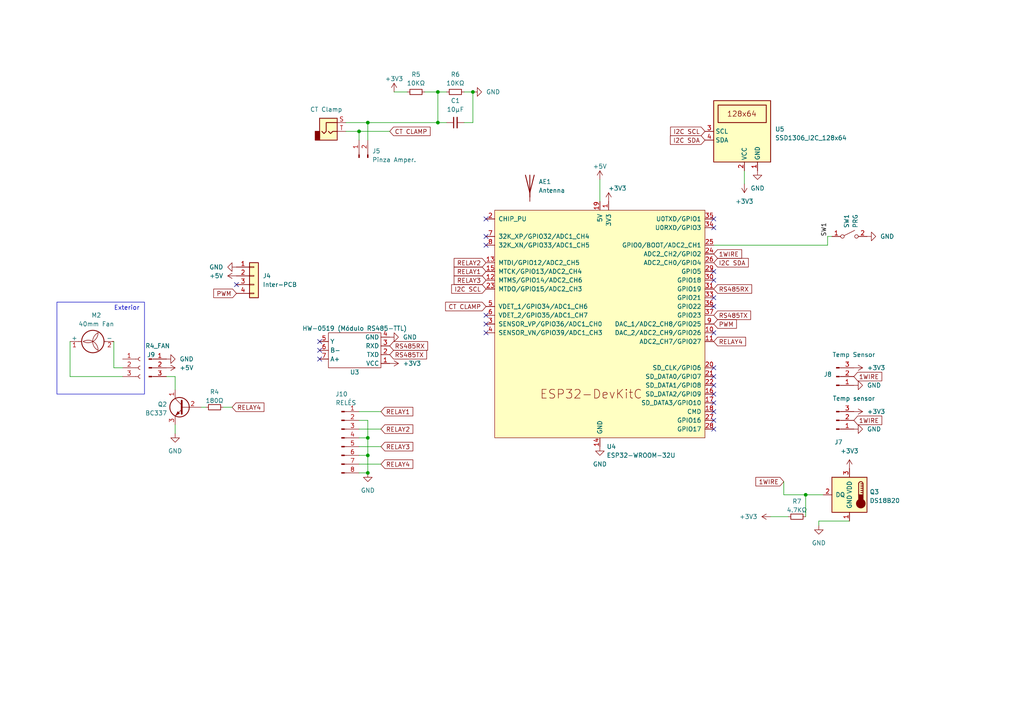
<source format=kicad_sch>
(kicad_sch (version 20230121) (generator eeschema)
  (paper "A4")
  (title_block (title "FreeDS Arquitectura Sánchez") (date "2023-05-30") (rev "1") (company "Iván Sánchez Ortega,  César Sánchez Ortega"))
  (lib_symbols
    (symbol "Connector:AudioJack2"
      (property "Reference" "J" (at 0 8.89 0))
      (property "Value" "AudioJack2" (at 0 6.35 0))
      (symbol "AudioJack2_0_1"
        (rectangle (start -3.81 0) (end -2.54 -2.54) (stroke (width 0.254)) (fill (type outline)))
        (rectangle (start -2.54 3.81) (end 2.54 -2.54) (stroke (width 0.254)) (fill (type background)))
        (polyline (pts (xy 0 0) (xy 0.635 -0.635) (xy 1.27 0) (xy 2.54 0)) (stroke (width 0.254)))
        (polyline (pts (xy 2.54 2.54) (xy -0.635 2.54) (xy -0.635 0) (xy -1.27 -0.635) (xy -1.905 0)) (stroke (width 0.254)))
      )
      (symbol "AudioJack2_1_1"
        (pin passive line (at 5.08 2.54 180) (length 2.54) (name "~") (number "S"))
        (pin passive line (at 5.08 0 180) (length 2.54) (name "~") (number "T"))
      )
    )
    (symbol "Connector:Conn_01x02_Male" (pin_names (offset 1.016) hide)
      (property "Reference" "J" (at 0 2.54 0))
      (property "Value" "Conn_01x02_Male" (at 0 -5.08 0))
      (symbol "Conn_01x02_Male_1_1"
        (polyline (pts (xy 1.27 -2.54) (xy 0.8636 -2.54)) (stroke (width 0.1524)))
        (polyline (pts (xy 1.27 0) (xy 0.8636 0)) (stroke (width 0.1524)))
        (rectangle (start 0.8636 -2.413) (end 0 -2.667) (stroke (width 0.1524)) (fill (type outline)))
        (rectangle (start 0.8636 0.127) (end 0 -0.127) (stroke (width 0.1524)) (fill (type outline)))
        (pin passive line (at 5.08 0 180) (length 3.81) (name "Pin_1") (number "1"))
        (pin passive line (at 5.08 -2.54 180) (length 3.81) (name "Pin_2") (number "2"))
      )
    )
    (symbol "Connector:Conn_01x03_Female" (pin_names (offset 1.016) hide)
      (property "Reference" "J" (at 0 5.08 0))
      (property "Value" "Conn_01x03_Female" (at 0 -5.08 0))
      (symbol "Conn_01x03_Female_1_1"
        (arc (start 0 -2.032) (mid -0.5058 -2.54) (end 0 -3.048) (stroke (width 0.1524)))
        (polyline (pts (xy -1.27 -2.54) (xy -0.508 -2.54)) (stroke (width 0.1524)))
        (polyline (pts (xy -1.27 0) (xy -0.508 0)) (stroke (width 0.1524)))
        (polyline (pts (xy -1.27 2.54) (xy -0.508 2.54)) (stroke (width 0.1524)))
        (arc (start 0 0.508) (mid -0.5058 0) (end 0 -0.508) (stroke (width 0.1524)))
        (arc (start 0 3.048) (mid -0.5058 2.54) (end 0 2.032) (stroke (width 0.1524)))
        (pin passive line (at -5.08 2.54 0) (length 3.81) (name "Pin_1") (number "1"))
        (pin passive line (at -5.08 0 0) (length 3.81) (name "Pin_2") (number "2"))
        (pin passive line (at -5.08 -2.54 0) (length 3.81) (name "Pin_3") (number "3"))
      )
    )
    (symbol "Connector:Conn_01x03_Pin" (pin_names (offset 1.016) hide)
      (property "Reference" "J" (at 0 5.08 0))
      (property "Value" "Conn_01x03_Pin" (at 0 -5.08 0))
      (symbol "Conn_01x03_Pin_1_1"
        (polyline (pts (xy 1.27 -2.54) (xy 0.8636 -2.54)) (stroke (width 0.1524)))
        (polyline (pts (xy 1.27 0) (xy 0.8636 0)) (stroke (width 0.1524)))
        (polyline (pts (xy 1.27 2.54) (xy 0.8636 2.54)) (stroke (width 0.1524)))
        (rectangle (start 0.8636 -2.413) (end 0 -2.667) (stroke (width 0.1524)) (fill (type outline)))
        (rectangle (start 0.8636 0.127) (end 0 -0.127) (stroke (width 0.1524)) (fill (type outline)))
        (rectangle (start 0.8636 2.667) (end 0 2.413) (stroke (width 0.1524)) (fill (type outline)))
        (pin passive line (at 5.08 2.54 180) (length 3.81) (name "Pin_1") (number "1"))
        (pin passive line (at 5.08 0 180) (length 3.81) (name "Pin_2") (number "2"))
        (pin passive line (at 5.08 -2.54 180) (length 3.81) (name "Pin_3") (number "3"))
      )
    )
    (symbol "Connector:Conn_01x08_Pin" (pin_names (offset 1.016) hide)
      (property "Reference" "J" (at 0 10.16 0))
      (property "Value" "Conn_01x08_Pin" (at 0 -12.7 0))
      (symbol "Conn_01x08_Pin_1_1"
        (polyline (pts (xy 1.27 -10.16) (xy 0.8636 -10.16)) (stroke (width 0.1524)))
        (polyline (pts (xy 1.27 -7.62) (xy 0.8636 -7.62)) (stroke (width 0.1524)))
        (polyline (pts (xy 1.27 -5.08) (xy 0.8636 -5.08)) (stroke (width 0.1524)))
        (polyline (pts (xy 1.27 -2.54) (xy 0.8636 -2.54)) (stroke (width 0.1524)))
        (polyline (pts (xy 1.27 0) (xy 0.8636 0)) (stroke (width 0.1524)))
        (polyline (pts (xy 1.27 2.54) (xy 0.8636 2.54)) (stroke (width 0.1524)))
        (polyline (pts (xy 1.27 5.08) (xy 0.8636 5.08)) (stroke (width 0.1524)))
        (polyline (pts (xy 1.27 7.62) (xy 0.8636 7.62)) (stroke (width 0.1524)))
        (rectangle (start 0.8636 -10.033) (end 0 -10.287) (stroke (width 0.1524)) (fill (type outline)))
        (rectangle (start 0.8636 -7.493) (end 0 -7.747) (stroke (width 0.1524)) (fill (type outline)))
        (rectangle (start 0.8636 -4.953) (end 0 -5.207) (stroke (width 0.1524)) (fill (type outline)))
        (rectangle (start 0.8636 -2.413) (end 0 -2.667) (stroke (width 0.1524)) (fill (type outline)))
        (rectangle (start 0.8636 0.127) (end 0 -0.127) (stroke (width 0.1524)) (fill (type outline)))
        (rectangle (start 0.8636 2.667) (end 0 2.413) (stroke (width 0.1524)) (fill (type outline)))
        (rectangle (start 0.8636 5.207) (end 0 4.953) (stroke (width 0.1524)) (fill (type outline)))
        (rectangle (start 0.8636 7.747) (end 0 7.493) (stroke (width 0.1524)) (fill (type outline)))
        (pin passive line (at 5.08 7.62 180) (length 3.81) (name "Pin_1") (number "1"))
        (pin passive line (at 5.08 5.08 180) (length 3.81) (name "Pin_2") (number "2"))
        (pin passive line (at 5.08 2.54 180) (length 3.81) (name "Pin_3") (number "3"))
        (pin passive line (at 5.08 0 180) (length 3.81) (name "Pin_4") (number "4"))
        (pin passive line (at 5.08 -2.54 180) (length 3.81) (name "Pin_5") (number "5"))
        (pin passive line (at 5.08 -5.08 180) (length 3.81) (name "Pin_6") (number "6"))
        (pin passive line (at 5.08 -7.62 180) (length 3.81) (name "Pin_7") (number "7"))
        (pin passive line (at 5.08 -10.16 180) (length 3.81) (name "Pin_8") (number "8"))
      )
    )
    (symbol "Connector_Generic:Conn_01x04" (pin_names (offset 1.016) hide)
      (property "Reference" "J" (at 0 5.08 0))
      (property "Value" "Conn_01x04" (at 0 -7.62 0))
      (symbol "Conn_01x04_1_1"
        (rectangle (start -1.27 -4.953) (end 0 -5.207) (stroke (width 0.1524)))
        (rectangle (start -1.27 -2.413) (end 0 -2.667) (stroke (width 0.1524)))
        (rectangle (start -1.27 0.127) (end 0 -0.127) (stroke (width 0.1524)))
        (rectangle (start -1.27 2.667) (end 0 2.413) (stroke (width 0.1524)))
        (rectangle (start -1.27 3.81) (end 1.27 -6.35) (stroke (width 0.254)) (fill (type background)))
        (pin passive line (at -5.08 2.54 0) (length 3.81) (name "Pin_1") (number "1"))
        (pin passive line (at -5.08 0 0) (length 3.81) (name "Pin_2") (number "2"))
        (pin passive line (at -5.08 -2.54 0) (length 3.81) (name "Pin_3") (number "3"))
        (pin passive line (at -5.08 -5.08 0) (length 3.81) (name "Pin_4") (number "4"))
      )
    )
    (symbol "Device:Antenna" (pin_numbers hide) (pin_names (offset 1.016) hide)
      (property "Reference" "AE" (at -1.905 1.905 0))
      (property "Value" "Antenna" (at -1.905 0 0))
      (symbol "Antenna_0_1"
        (polyline (pts (xy 0 2.54) (xy 0 -3.81)) (stroke (width 0.254)))
        (polyline (pts (xy 1.27 2.54) (xy 0 -2.54) (xy -1.27 2.54)) (stroke (width 0.254)))
      )
      (symbol "Antenna_1_1"
        (pin input line (at 0 -5.08 90) (length 2.54) (name "A") (number "1"))
      )
    )
    (symbol "Device:C_Small" (pin_numbers hide) (pin_names (offset 0.254) hide)
      (property "Reference" "C" (at 0.254 1.778 0))
      (property "Value" "C_Small" (at 0.254 -2.032 0))
      (symbol "C_Small_0_1"
        (polyline (pts (xy -1.524 -0.508) (xy 1.524 -0.508)) (stroke (width 0.3302)))
        (polyline (pts (xy -1.524 0.508) (xy 1.524 0.508)) (stroke (width 0.3048)))
      )
      (symbol "C_Small_1_1"
        (pin passive line (at 0 2.54 270) (length 2.032) (name "~") (number "1"))
        (pin passive line (at 0 -2.54 90) (length 2.032) (name "~") (number "2"))
      )
    )
    (symbol "Device:R_Small" (pin_numbers hide) (pin_names (offset 0.254) hide)
      (property "Reference" "R" (at 0.762 0.508 0))
      (property "Value" "R_Small" (at 0.762 -1.016 0))
      (symbol "R_Small_0_1"
        (rectangle (start -0.762 1.778) (end 0.762 -1.778) (stroke (width 0.2032)))
      )
      (symbol "R_Small_1_1"
        (pin passive line (at 0 2.54 270) (length 0.762) (name "~") (number "1"))
        (pin passive line (at 0 -2.54 90) (length 0.762) (name "~") (number "2"))
      )
    )
    (symbol "Espressif:ESP32-DevKitC" (pin_names (offset 1.016))
      (property "Reference" "U" (at -30.48 38.1 0))
      (property "Value" "ESP32-DevKitC" (at -30.48 35.56 0))
      (symbol "ESP32-DevKitC_0_0"
        (text "ESP32-DevKitC" (at -2.54 -20.32 0) (effects (font (size 2.54 2.54))))
        (pin power_in line (at 0 -35.56 90) (length 2.54) (name "GND") (number "14"))
        (pin power_in line (at 0 35.56 270) (length 2.54) (name "5V") (number "19"))
      )
      (symbol "ESP32-DevKitC_0_1"
        (rectangle (start -30.48 33.02) (end 30.48 -33.02) (fill (type background)))
      )
      (symbol "ESP32-DevKitC_1_1"
        (pin power_in line (at 2.54 35.56 270) (length 2.54) (name "3V3") (number "1"))
        (pin bidirectional line (at 33.02 -2.54 180) (length 2.54) (name "DAC_2/ADC2_CH9/GPIO26") (number "10"))
        (pin bidirectional line (at 33.02 -5.08 180) (length 2.54) (name "ADC2_CH7/GPIO27") (number "11"))
        (pin bidirectional line (at -33.02 12.7 0) (length 2.54) (name "MTMS/GPIO14/ADC2_CH6") (number "12"))
        (pin bidirectional line (at -33.02 17.78 0) (length 2.54) (name "MTDI/GPIO12/ADC2_CH5") (number "13"))
        (pin bidirectional line (at -33.02 15.24 0) (length 2.54) (name "MTCK/GPIO13/ADC2_CH4") (number "15"))
        (pin bidirectional line (at 33.02 -20.32 180) (length 2.54) (name "SD_DATA2/GPIO9") (number "16"))
        (pin bidirectional line (at 33.02 -22.86 180) (length 2.54) (name "SD_DATA3/GPIO10") (number "17"))
        (pin bidirectional line (at 33.02 -25.4 180) (length 2.54) (name "CMD") (number "18"))
        (pin input line (at -33.02 30.48 0) (length 2.54) (name "CHIP_PU") (number "2"))
        (pin bidirectional line (at 33.02 -12.7 180) (length 2.54) (name "SD_CLK/GPIO6") (number "20"))
        (pin bidirectional line (at 33.02 -15.24 180) (length 2.54) (name "SD_DATA0/GPIO7") (number "21"))
        (pin bidirectional line (at 33.02 -17.78 180) (length 2.54) (name "SD_DATA1/GPIO8") (number "22"))
        (pin bidirectional line (at -33.02 10.16 0) (length 2.54) (name "MTDO/GPIO15/ADC2_CH3") (number "23"))
        (pin bidirectional line (at 33.02 20.32 180) (length 2.54) (name "ADC2_CH2/GPIO2") (number "24"))
        (pin bidirectional line (at 33.02 22.86 180) (length 2.54) (name "GPIO0/BOOT/ADC2_CH1") (number "25"))
        (pin bidirectional line (at 33.02 17.78 180) (length 2.54) (name "ADC2_CH0/GPIO4") (number "26"))
        (pin bidirectional line (at 33.02 -27.94 180) (length 2.54) (name "GPIO16") (number "27"))
        (pin bidirectional line (at 33.02 -30.48 180) (length 2.54) (name "GPIO17") (number "28"))
        (pin bidirectional line (at 33.02 15.24 180) (length 2.54) (name "GPIO5") (number "29"))
        (pin input line (at -33.02 0 0) (length 2.54) (name "SENSOR_VP/GPIO36/ADC1_CH0") (number "3"))
        (pin bidirectional line (at 33.02 12.7 180) (length 2.54) (name "GPIO18") (number "30"))
        (pin bidirectional line (at 33.02 10.16 180) (length 2.54) (name "GPIO19") (number "31"))
        (pin passive line (at 0 -35.56 90) (length 2.54) hide (name "GND") (number "32"))
        (pin bidirectional line (at 33.02 7.62 180) (length 2.54) (name "GPIO21") (number "33"))
        (pin bidirectional line (at 33.02 27.94 180) (length 2.54) (name "U0RXD/GPIO3") (number "34"))
        (pin bidirectional line (at 33.02 30.48 180) (length 2.54) (name "U0TXD/GPIO1") (number "35"))
        (pin bidirectional line (at 33.02 5.08 180) (length 2.54) (name "GPIO22") (number "36"))
        (pin bidirectional line (at 33.02 2.54 180) (length 2.54) (name "GPIO23") (number "37"))
        (pin passive line (at 0 -35.56 90) (length 2.54) hide (name "GND") (number "38"))
        (pin input line (at -33.02 -2.54 0) (length 2.54) (name "SENSOR_VN/GPIO39/ADC1_CH3") (number "4"))
        (pin input line (at -33.02 5.08 0) (length 2.54) (name "VDET_1/GPIO34/ADC1_CH6") (number "5"))
        (pin input line (at -33.02 2.54 0) (length 2.54) (name "VDET_2/GPIO35/ADC1_CH7") (number "6"))
        (pin bidirectional line (at -33.02 25.4 0) (length 2.54) (name "32K_XP/GPIO32/ADC1_CH4") (number "7"))
        (pin bidirectional line (at -33.02 22.86 0) (length 2.54) (name "32K_XN/GPIO33/ADC1_CH5") (number "8"))
        (pin bidirectional line (at 33.02 0 180) (length 2.54) (name "DAC_1/ADC2_CH8/GPIO25") (number "9"))
      )
    )
    (symbol "Motor:Fan" (pin_names (offset 0))
      (property "Reference" "M" (at 2.54 5.08 0))
      (property "Value" "Fan" (at 2.54 -2.54 0))
      (symbol "Fan_0_1"
        (arc (start -2.54 -0.508) (mid 0.0028 0.9121) (end 0 3.81))
        (polyline (pts (xy 0 -5.08) (xy 0 -4.572)))
        (polyline (pts (xy 0 -2.2352) (xy 0 -2.6416)))
        (polyline (pts (xy 0 4.2672) (xy 0 4.6228)))
        (polyline (pts (xy 0 4.572) (xy 0 5.08)))
        (circle (center 0 1.016) (radius 3.2512) (stroke (width 0.254)))
        (arc (start 0 3.81) (mid 0.053 0.921) (end 2.54 -0.508))
        (arc (start 2.54 -0.508) (mid 0 1.0618) (end -2.54 -0.508))
      )
      (symbol "Fan_1_1"
        (pin passive line (at 0 7.62 270) (length 2.54) (name "+") (number "1"))
        (pin passive line (at 0 -5.08 90) (length 2.54) (name "-") (number "2"))
      )
    )
    (symbol "OLED_SSD1312_I2C:SSD1312_I2C_128x64"
      (property "Reference" "U" (at 0 3.81 0))
      (property "Value" "SSD1312_I2C_128x64" (at 0 1.27 0))
      (symbol "SSD1312_I2C_128x64_0_0"
        (rectangle (start -6.35 -2.54) (end 7.62 -7.62) (stroke (width 0.254)))
        (text "128x64" (at -3.81 -5.08 0) (effects (font (size 1.524 1.524)) (justify left)))
      )
      (symbol "SSD1312_I2C_128x64_0_1"
        (rectangle (start -7.62 -1.27) (end 8.89 -19.05) (stroke (width 0.254)) (fill (type background)))
      )
      (symbol "SSD1312_I2C_128x64_1_1"
        (pin power_in line (at 5.08 -21.59 90) (length 2.54) (name "GND") (number "1"))
        (pin power_in line (at 1.27 -21.59 90) (length 2.54) (name "VCC") (number "2"))
        (pin input line (at -10.16 -10.16 0) (length 2.54) (name "SCL") (number "3"))
        (pin bidirectional line (at -10.16 -12.7 0) (length 2.54) (name "SDA") (number "4"))
      )
    )
    (symbol "Sensor_Temperature:DS18B20" (pin_names (offset 1.016))
      (property "Reference" "U" (at -3.81 6.35 0))
      (property "Value" "DS18B20" (at 6.35 6.35 0))
      (symbol "DS18B20_0_1"
        (rectangle (start -5.08 5.08) (end 5.08 -5.08) (stroke (width 0.254)) (fill (type background)))
        (circle (center -3.302 -2.54) (radius 1.27) (stroke (width 0.254)) (fill (type outline)))
        (rectangle (start -2.667 -1.905) (end -3.937 0) (stroke (width 0.254)) (fill (type outline)))
        (arc (start -2.667 3.175) (mid -3.302 3.8073) (end -3.937 3.175) (stroke (width 0.254)))
        (polyline (pts (xy -3.937 0.635) (xy -3.302 0.635)) (stroke (width 0.254)))
        (polyline (pts (xy -3.937 1.27) (xy -3.302 1.27)) (stroke (width 0.254)))
        (polyline (pts (xy -3.937 1.905) (xy -3.302 1.905)) (stroke (width 0.254)))
        (polyline (pts (xy -3.937 2.54) (xy -3.302 2.54)) (stroke (width 0.254)))
        (polyline (pts (xy -3.937 3.175) (xy -3.937 0)) (stroke (width 0.254)))
        (polyline (pts (xy -3.937 3.175) (xy -3.302 3.175)) (stroke (width 0.254)))
        (polyline (pts (xy -2.667 3.175) (xy -2.667 0)) (stroke (width 0.254)))
      )
      (symbol "DS18B20_1_1"
        (pin power_in line (at 0 -7.62 90) (length 2.54) (name "GND") (number "1"))
        (pin bidirectional line (at 7.62 0 180) (length 2.54) (name "DQ") (number "2"))
        (pin power_in line (at 0 7.62 270) (length 2.54) (name "VDD") (number "3"))
      )
    )
    (symbol "Switch:SW_SPST" (pin_names (offset 0) hide)
      (property "Reference" "SW" (at 0 3.175 0))
      (property "Value" "SW_SPST" (at 0 -2.54 0))
      (symbol "SW_SPST_0_0"
        (circle (center -2.032 0) (radius 0.508))
        (polyline (pts (xy -1.524 0.254) (xy 1.524 1.778)))
        (circle (center 2.032 0) (radius 0.508))
      )
      (symbol "SW_SPST_1_1"
        (pin passive line (at -5.08 0 0) (length 2.54) (name "A") (number "1"))
        (pin passive line (at 5.08 0 180) (length 2.54) (name "B") (number "2"))
      )
    )
    (symbol "Transistor_BJT:BC337" (pin_names (offset 0) hide)
      (property "Reference" "Q" (at 5.08 1.905 0))
      (property "Value" "BC337" (at 5.08 0 0))
      (symbol "BC337_0_1"
        (polyline (pts (xy 0 0) (xy 0.635 0)))
        (polyline (pts (xy 0.635 0.635) (xy 2.54 2.54)))
        (polyline (pts (xy 0.635 -0.635) (xy 2.54 -2.54) (xy 2.54 -2.54)))
        (polyline (pts (xy 0.635 1.905) (xy 0.635 -1.905) (xy 0.635 -1.905)) (stroke (width 0.508)))
        (polyline (pts (xy 1.27 -1.778) (xy 1.778 -1.27) (xy 2.286 -2.286) (xy 1.27 -1.778) (xy 1.27 -1.778)) (fill (type outline)))
        (circle (center 1.27 0) (radius 2.8194) (stroke (width 0.254)))
      )
      (symbol "BC337_1_1"
        (pin passive line (at 2.54 5.08 270) (length 2.54) (name "C") (number "1"))
        (pin input line (at -5.08 0 0) (length 5.08) (name "B") (number "2"))
        (pin passive line (at 2.54 -5.08 90) (length 2.54) (name "E") (number "3"))
      )
    )
    (symbol "module:HW-519_MODBUS"
      (property "Reference" "U" (at 5.08 3.81 0))
      (symbol "HW-519_MODBUS_0_1"
        (polyline (pts (xy -2.54 2.54) (xy 12.7 2.54) (xy 12.7 -7.62) (xy -2.54 -7.62) (xy -2.54 2.54)))
      )
      (symbol "HW-519_MODBUS_1_1"
        (pin input line (at -5.08 1.27 0) (length 2.54) (name "VCC") (number "1"))
        (pin input line (at -5.08 -1.27 0) (length 2.54) (name "TXD") (number "2"))
        (pin input line (at -5.08 -3.81 0) (length 2.54) (name "RXD") (number "3"))
        (pin input line (at -5.08 -6.35 0) (length 2.54) (name "GND") (number "4"))
        (pin input line (at 15.24 -5.08 180) (length 2.54) (name "Y") (number "5"))
        (pin input line (at 15.24 -2.54 180) (length 2.54) (name "B-") (number "6"))
        (pin input line (at 15.24 0 180) (length 2.54) (name "A+") (number "7"))
      )
    )
    (symbol "power:+3V3" (power) (pin_names (offset 0))
      (property "Value" "+3V3" (at 0 3.556 0))
      (symbol "+3V3_0_1"
        (polyline (pts (xy -0.762 1.27) (xy 0 2.54)))
        (polyline (pts (xy 0 0) (xy 0 2.54)))
        (polyline (pts (xy 0 2.54) (xy 0.762 1.27)))
      )
      (symbol "+3V3_1_1"
        (pin power_in line (at 0 0 90) (length 0) hide (name "+3V3") (number "1"))
      )
    )
    (symbol "power:+5V" (power) (pin_names (offset 0))
      (property "Value" "+5V" (at 0 3.556 0))
      (symbol "+5V_0_1"
        (polyline (pts (xy -0.762 1.27) (xy 0 2.54)))
        (polyline (pts (xy 0 0) (xy 0 2.54)))
        (polyline (pts (xy 0 2.54) (xy 0.762 1.27)))
      )
      (symbol "+5V_1_1"
        (pin power_in line (at 0 0 90) (length 0) hide (name "+5V") (number "1"))
      )
    )
    (symbol "power:GND" (power) (pin_names (offset 0))
      (property "Value" "GND" (at 0 -3.81 0))
      (symbol "GND_0_1"
        (polyline (pts (xy 0 0) (xy 0 -1.27) (xy 1.27 -1.27) (xy 0 -2.54) (xy -1.27 -1.27) (xy 0 -1.27)))
      )
      (symbol "GND_1_1"
        (pin power_in line (at 0 0 270) (length 0) hide (name "GND") (number "1"))
      )
    )
  )
  (junction (at 106.68 132.08))
  (junction (at 127 35.56))
  (junction (at 106.68 127))
  (junction (at 233.68 143.51))
  (junction (at 137.16 26.67))
  (junction (at 106.68 137.16))
  (junction (at 127 26.67))
  (junction (at 104.14 38.1))
  (junction (at 106.68 35.56))
  (no_connect (at 92.71 104.14))
  (no_connect (at 207.01 78.74))
  (no_connect (at 92.71 101.6))
  (no_connect (at 207.01 111.76))
  (no_connect (at 140.97 68.58))
  (no_connect (at 207.01 121.92))
  (no_connect (at 207.01 63.5))
  (no_connect (at 207.01 119.38))
  (no_connect (at 207.01 81.28))
  (no_connect (at 207.01 109.22))
  (no_connect (at 207.01 66.04))
  (no_connect (at 207.01 96.52))
  (no_connect (at 207.01 114.3))
  (no_connect (at 140.97 91.44))
  (no_connect (at 140.97 71.12))
  (no_connect (at 140.97 63.5))
  (no_connect (at 207.01 116.84))
  (no_connect (at 140.97 93.98))
  (no_connect (at 140.97 96.52))
  (no_connect (at 207.01 124.46))
  (no_connect (at 207.01 88.9))
  (no_connect (at 92.71 99.06))
  (no_connect (at 207.01 106.68))
  (no_connect (at 207.01 86.36))
  (no_connect (at 68.58 82.55))
  (wire (pts (xy 104.14 119.38) (xy 110.49 119.38)))
  (wire (pts (xy 240.03 71.12) (xy 240.03 68.58)))
  (wire (pts (xy 127 35.56) (xy 127 26.67)))
  (wire (pts (xy 104.14 137.16) (xy 106.68 137.16)))
  (wire (pts (xy 114.3 26.67) (xy 118.11 26.67)))
  (wire (pts (xy 64.77 118.11) (xy 67.31 118.11)))
  (wire (pts (xy 104.14 134.62) (xy 110.49 134.62)))
  (wire (pts (xy 227.33 139.7) (xy 227.33 143.51)))
  (wire (pts (xy 104.14 129.54) (xy 110.49 129.54)))
  (wire (pts (xy 227.33 143.51) (xy 233.68 143.51)))
  (wire (pts (xy 173.99 52.07) (xy 173.99 58.42)))
  (wire (pts (xy 100.33 35.56) (xy 106.68 35.56)))
  (wire (pts (xy 137.16 26.67) (xy 137.16 35.56)))
  (wire (pts (xy 104.14 121.92) (xy 106.68 121.92)))
  (wire (pts (xy 223.52 149.86) (xy 228.6 149.86)))
  (wire (pts (xy 106.68 121.92) (xy 106.68 127)))
  (wire (pts (xy 237.49 151.13) (xy 246.38 151.13)))
  (wire (pts (xy 237.49 151.13) (xy 237.49 152.4)))
  (wire (pts (xy 50.8 113.03) (xy 50.8 109.22)))
  (wire (pts (xy 233.68 143.51) (xy 233.68 149.86)))
  (wire (pts (xy 104.14 132.08) (xy 106.68 132.08)))
  (wire (pts (xy 127 35.56) (xy 129.54 35.56)))
  (wire (pts (xy 123.19 26.67) (xy 127 26.67)))
  (wire (pts (xy 106.68 127) (xy 106.68 132.08)))
  (wire (pts (xy 33.02 106.68) (xy 35.56 106.68)))
  (wire (pts (xy 127 26.67) (xy 129.54 26.67)))
  (wire (pts (xy 50.8 123.19) (xy 50.8 125.73)))
  (wire (pts (xy 104.14 38.1) (xy 113.03 38.1)))
  (wire (pts (xy 104.14 127) (xy 106.68 127)))
  (wire (pts (xy 33.02 99.06) (xy 33.02 106.68)))
  (wire (pts (xy 104.14 124.46) (xy 110.49 124.46)))
  (wire (pts (xy 100.33 38.1) (xy 104.14 38.1)))
  (wire (pts (xy 207.01 71.12) (xy 240.03 71.12)))
  (wire (pts (xy 106.68 35.56) (xy 127 35.56)))
  (wire (pts (xy 215.9 49.53) (xy 215.9 53.34)))
  (wire (pts (xy 240.03 68.58) (xy 241.3 68.58)))
  (wire (pts (xy 58.42 118.11) (xy 59.69 118.11)))
  (wire (pts (xy 106.68 132.08) (xy 106.68 137.16)))
  (wire (pts (xy 20.32 99.06) (xy 20.32 109.22)))
  (wire (pts (xy 50.8 109.22) (xy 48.26 109.22)))
  (wire (pts (xy 20.32 109.22) (xy 35.56 109.22)))
  (wire (pts (xy 106.68 35.56) (xy 106.68 40.64)))
  (wire (pts (xy 233.68 143.51) (xy 238.76 143.51)))
  (wire (pts (xy 134.62 35.56) (xy 137.16 35.56)))
  (wire (pts (xy 134.62 26.67) (xy 137.16 26.67)))
  (wire (pts (xy 104.14 38.1) (xy 104.14 40.64)))
  (rectangle (start 16.51 87.63) (end 41.91 114.3))
  (text "Exterior" (at 33.02 90.17 0) (effects (font (size 1.27 1.27)) (justify left bottom)))
  (label "SW1" (at 240.03 68.58 90))
  (global_label "PWM" (shape input) (at 207.01 93.98 0) (property "Intersheetrefs" "${INTERSHEET_REFS}" (effects hide)))
  (global_label "RELAY4" (shape input) (at 207.01 99.06 0) (property "Intersheetrefs" "${INTERSHEET_REFS}" (effects hide)))
  (global_label "I2C SCL" (shape input) (at 204.47 38.1 180) (property "Intersheetrefs" "${INTERSHEET_REFS}" (effects hide)))
  (global_label "RS485RX" (shape input) (at 207.01 83.82 0) (property "Intersheetrefs" "${INTERSHEET_REFS}" (effects hide)))
  (global_label "I2C SDA" (shape input) (at 204.47 40.64 180) (property "Intersheetrefs" "${INTERSHEET_REFS}" (effects hide)))
  (global_label "RELAY3" (shape input) (at 110.49 129.54 0) (property "Intersheetrefs" "${INTERSHEET_REFS}" (effects hide)))
  (global_label "RS485RX" (shape input) (at 113.03 100.33 0) (property "Intersheetrefs" "${INTERSHEET_REFS}" (effects hide)))
  (global_label "PWM" (shape input) (at 68.58 85.09 180) (property "Intersheetrefs" "${INTERSHEET_REFS}" (effects hide)))
  (global_label "RS485TX" (shape input) (at 113.03 102.87 0) (property "Intersheetrefs" "${INTERSHEET_REFS}" (effects hide)))
  (global_label "RELAY2" (shape input) (at 110.49 124.46 0) (property "Intersheetrefs" "${INTERSHEET_REFS}" (effects hide)))
  (global_label "I2C SDA" (shape input) (at 207.01 76.2 0) (property "Intersheetrefs" "${INTERSHEET_REFS}" (effects hide)))
  (global_label "1WIRE" (shape input) (at 227.33 139.7 180) (property "Intersheetrefs" "${INTERSHEET_REFS}" (effects hide)))
  (global_label "CT CLAMP" (shape input) (at 113.03 38.1 0) (property "Intersheetrefs" "${INTERSHEET_REFS}" (effects hide)))
  (global_label "RELAY4" (shape input) (at 67.31 118.11 0) (property "Intersheetrefs" "${INTERSHEET_REFS}" (effects hide)))
  (global_label "RELAY1" (shape input) (at 110.49 119.38 0) (property "Intersheetrefs" "${INTERSHEET_REFS}" (effects hide)))
  (global_label "1WIRE" (shape input) (at 247.65 121.92 0) (property "Intersheetrefs" "${INTERSHEET_REFS}" (effects hide)))
  (global_label "RELAY4" (shape input) (at 110.49 134.62 0) (property "Intersheetrefs" "${INTERSHEET_REFS}" (effects hide)))
  (global_label "RELAY2" (shape input) (at 140.97 76.2 180) (property "Intersheetrefs" "${INTERSHEET_REFS}" (effects hide)))
  (global_label "RELAY3" (shape input) (at 140.97 81.28 180) (property "Intersheetrefs" "${INTERSHEET_REFS}" (effects hide)))
  (global_label "I2C SCL" (shape input) (at 140.97 83.82 180) (property "Intersheetrefs" "${INTERSHEET_REFS}" (effects hide)))
  (global_label "1WIRE" (shape input) (at 207.01 73.66 0) (property "Intersheetrefs" "${INTERSHEET_REFS}" (effects hide)))
  (global_label "RS485TX" (shape input) (at 207.01 91.44 0) (property "Intersheetrefs" "${INTERSHEET_REFS}" (effects hide)))
  (global_label "RELAY1" (shape input) (at 140.97 78.74 180) (property "Intersheetrefs" "${INTERSHEET_REFS}" (effects hide)))
  (global_label "1WIRE" (shape input) (at 247.65 109.22 0) (property "Intersheetrefs" "${INTERSHEET_REFS}" (effects hide)))
  (global_label "CT CLAMP" (shape input) (at 140.97 88.9 180) (property "Intersheetrefs" "${INTERSHEET_REFS}" (effects hide)))
  (symbol (lib_id "Espressif:ESP32-DevKitC") (at 173.99 93.98 0) (unit 1)
    (property "Reference" "U4" (at 175.9459 129.54 0) (effects (justify left)))
    (property "Value" "ESP32-WROOM-32U" (at 175.9459 132.08 0) (effects (justify left)))
    (property "Footprint" "Espressif:ESP32-DevKitC" (effects hide))
    (property "Datasheet" "https://docs.espressif.com/projects/esp-idf/zh_CN/latest/esp32/hw-reference/esp32/get-started-devkitc.html" (effects hide))
    (property "Compras" "https://www.aliexpress.com/item/32864722159.html" (effects hide))
    (property "Grupo" "Básico" (effects hide))
    (instances (project "freeds-sanchez" (path "" (reference "U4") (unit 1))) (project "FreeDS" (path "" (reference "U2") (unit 1))))
  )
  (symbol (lib_id "power:+5V") (at 173.99 52.07 0) (unit 1)
    (property "Reference" "#PWR026" (effects hide))
    (property "Value" "+5V" (at 173.99 48.26 0))
  )
  (symbol (lib_id "Switch:SW_SPST") (at 246.38 68.58 0) (unit 1)
    (property "Reference" "SW1" (at 245.5453 66.167 90) (effects (justify left)))
    (property "Value" "PRG" (at 248.0822 66.167 90) (effects (justify left)))
    (property "Footprint" "Button_Switch_THT:SW_Tactile_SPST_Angled_PTS645Vx83-2LFS" (effects hide))
    (property "Compras" "https://www.aliexpress.com/item/32912894177.html" (effects hide))
    (property "Grupo" "Botón" (effects hide))
  )
  (symbol (lib_id "Connector:Conn_01x03_Pin") (at 242.57 109.22 0) (mirror x) (unit 1)
    (property "Reference" "J8" (at 241.3 108.585 0) (effects (justify right)))
    (property "Value" "Temp Sensor" (at 247.65 102.87 0))
    (property "Footprint" "Connector_PinHeader_2.54mm:PinHeader_1x03_P2.54mm_Vertical" (effects hide))
    (property "Compras" "https://www.aliexpress.com/item/32758380907.html" (effects hide))
    (property "Grupo" "Temperatura" (effects hide))
    (instances (project "freeds-sanchez" (path "" (reference "J8") (unit 1))) (project "FreeDS" (path "" (reference "J5") (unit 1))))
  )
  (symbol (lib_id "power:+3V3") (at 215.9 53.34 180) (unit 1)
    (property "Reference" "#PWR015" (effects hide))
    (property "Value" "+3V3" (at 215.9 58.42 0))
  )
  (symbol (lib_id "module:HW-519_MODBUS") (at 107.95 104.14 180) (unit 1)
    (property "Reference" "U3" (at 102.87 107.95 0))
    (property "Value" "HW-0519 (Módulo RS485-TTL)" (at 102.87 95.25 0))
    (property "Footprint" "componentes-auxiliares:HW-519 TTL-RS485" (effects hide))
    (property "Compras" "https://www.aliexpress.com/item/1005001621746811.html" (effects hide))
    (property "Grupo" "Modbus" (effects hide))
  )
  (symbol (lib_id "Motor:Fan") (at 27.94 99.06 90) (unit 1) (on_board no)
    (property "Reference" "M2" (at 27.94 91.44 90))
    (property "Value" "40mm Fan" (at 27.94 93.98 90))
    (property "Compras" "https://www.aliexpress.com/item/33050954650.html" (effects hide))
  )
  (symbol (lib_id "power:+3V3") (at 176.53 58.42 0) (unit 1)
    (property "Reference" "#PWR016" (effects hide))
    (property "Value" "+3V3" (at 179.07 54.61 0))
  )
  (symbol (lib_id "power:GND") (at 137.16 26.67 90) (unit 1)
    (property "Reference" "#PWR09" (effects hide))
    (property "Value" "GND" (at 140.97 26.67 90) (effects (justify right)))
  )
  (symbol (lib_id "Connector:Conn_01x08_Pin") (at 99.06 127 0) (unit 1)
    (property "Reference" "J10" (at 99.06 114.3 0))
    (property "Value" "RELÉS" (at 100.33 116.84 0))
    (property "Footprint" "Connector_PinHeader_2.54mm:PinHeader_1x08_P2.54mm_Vertical" (effects hide))
    (property "Compras" "https://www.aliexpress.com/item/32758380907.html" (effects hide))
    (property "Grupo" "Relés" (effects hide))
    (instances (project "freeds-sanchez" (path "" (reference "J10") (unit 1))) (project "FreeDS" (path "" (reference "J3") (unit 1))))
  )
  (symbol (lib_id "power:GND") (at 50.8 125.73 0) (unit 1)
    (property "Reference" "#PWR010" (effects hide))
    (property "Value" "GND" (at 50.8 130.81 0))
  )
  (symbol (lib_id "OLED_SSD1312_I2C:SSD1312_I2C_128x64") (at 214.63 27.94 0) (unit 1)
    (property "Reference" "U5" (at 224.79 37.465 0) (effects (justify left)))
    (property "Value" "SSD1306_I2C_128x64" (at 224.79 40.005 0) (effects (justify left)))
    (property "Footprint" "componentes-auxiliares:OLED_SSD1306_I2C_0.96" (effects hide))
    (property "Compras" "https://www.aliexpress.com/item/32638662748.html" (effects hide))
    (property "Grupo" "Básico" (effects hide))
    (instances (project "freeds-sanchez" (path "" (reference "U5") (unit 1))) (project "FreeDS" (path "" (reference "U1") (unit 1))))
  )
  (symbol (lib_id "power:+5V") (at 48.26 106.68 270) (unit 1)
    (property "Reference" "#PWR024" (effects hide))
    (property "Value" "+5V" (at 52.07 106.68 90) (effects (justify left)))
  )
  (symbol (lib_id "power:GND") (at 251.46 68.58 90) (unit 1)
    (property "Reference" "#PWR07" (effects hide))
    (property "Value" "GND" (at 255.27 68.58 90) (effects (justify right)))
  )
  (symbol (lib_id "Device:R_Small") (at 231.14 149.86 90) (unit 1)
    (property "Reference" "R7" (at 231.14 145.4236 90))
    (property "Value" "4.7KΩ" (at 231.14 147.9605 90))
    (property "Footprint" "Resistor_THT:R_Axial_DIN0207_L6.3mm_D2.5mm_P10.16mm_Horizontal" (effects hide))
    (property "Compras" "https://www.aliexpress.com/item/1005001931818502.html" (effects hide))
    (property "Grupo" "Temperatura" (effects hide))
    (instances (project "freeds-sanchez" (path "" (reference "R7") (unit 1))) (project "FreeDS" (path "" (reference "R2") (unit 1))))
  )
  (symbol (lib_id "power:GND") (at 48.26 104.14 90) (unit 1)
    (property "Reference" "#PWR011" (effects hide))
    (property "Value" "GND" (at 52.07 104.14 90) (effects (justify right)))
  )
  (symbol (lib_id "Connector:Conn_01x03_Female") (at 40.64 106.68 0) (unit 1) (in_bom no) (on_board no)
    (property "Reference" "J11" (effects hide))
    (property "Value" "R4_FAN" (effects hide))
  )
  (symbol (lib_id "power:+3V3") (at 247.65 119.38 270) (unit 1)
    (property "Reference" "#PWR012" (effects hide))
    (property "Value" "+3V3" (at 251.46 119.38 90) (effects (justify left)))
  )
  (symbol (lib_id "Sensor_Temperature:DS18B20") (at 246.38 143.51 0) (mirror y) (unit 1)
    (property "Reference" "Q3" (at 252.222 142.6753 0) (effects (justify right)))
    (property "Value" "DS18B20" (at 252.222 145.2122 0) (effects (justify right)))
    (property "Footprint" "Package_TO_SOT_THT:TO-92_Inline" (effects hide))
    (property "Datasheet" "http://datasheets.maximintegrated.com/en/ds/DS18B20.pdf" (effects hide))
    (property "Compras" "https://www.aliexpress.com/item/1783091649.html" (effects hide))
    (property "Grupo" "Temperatura" (effects hide))
    (instances (project "freeds-sanchez" (path "" (reference "Q3") (unit 1))) (project "FreeDS" (path "" (reference "Q1") (unit 1))))
  )
  (symbol (lib_id "power:GND") (at 106.68 137.16 0) (unit 1)
    (property "Reference" "#PWR02" (effects hide))
    (property "Value" "GND" (at 106.68 142.24 0))
  )
  (symbol (lib_id "power:GND") (at 247.65 124.46 90) (unit 1)
    (property "Reference" "#PWR06" (effects hide))
    (property "Value" "GND" (at 251.46 124.46 90) (effects (justify right)))
  )
  (symbol (lib_id "power:GND") (at 113.03 97.79 90) (unit 1)
    (property "Reference" "#PWR013" (effects hide))
    (property "Value" "GND" (at 116.84 97.79 90) (effects (justify right)))
  )
  (symbol (lib_id "power:GND") (at 219.71 49.53 0) (unit 1)
    (property "Reference" "#PWR08" (effects hide))
    (property "Value" "GND" (at 219.71 54.61 0))
  )
  (symbol (lib_id "power:GND") (at 247.65 111.76 90) (unit 1)
    (property "Reference" "#PWR05" (effects hide))
    (property "Value" "GND" (at 251.46 111.76 90) (effects (justify right)))
  )
  (symbol (lib_id "Device:Antenna") (at 153.67 53.34 0) (unit 1) (on_board no)
    (property "Reference" "AE1" (at 156.21 52.705 0) (effects (justify left)))
    (property "Value" "Antenna" (at 156.21 55.245 0) (effects (justify left)))
    (property "Compras" "https://www.aliexpress.com/item/32276257238.html" (effects hide))
    (property "Grupo" "Básico" (effects hide))
  )
  (symbol (lib_id "Connector:AudioJack2") (at 95.25 38.1 0) (unit 1)
    (property "Reference" "J6" (effects hide))
    (property "Value" "CT Clamp" (at 94.615 31.75 0))
    (property "Footprint" "Connector_Audio:Jack_3.5mm_CUI_SJ1-3525N_Horizontal" (effects hide))
    (property "Compras" "https://www.aliexpress.com/item/1005004657628758.html https://www.aliexpress.com/item/32871877936.html" (effects hide))
    (property "Nota" "PJ3F07 / PJ-324M" (effects hide))
    (property "Grupo" "Pinza Amperimétrica" (effects hide))
  )
  (symbol (lib_id "Device:R_Small") (at 132.08 26.67 90) (unit 1)
    (property "Reference" "R6" (at 132.08 21.59 90))
    (property "Value" "10KΩ" (at 132.08 24.13 90))
    (property "Footprint" "Resistor_THT:R_Axial_DIN0207_L6.3mm_D2.5mm_P10.16mm_Horizontal" (effects hide))
    (property "Compras" "https://www.aliexpress.com/item/1005001931818502.html" (effects hide))
    (property "Grupo" "Pinza Amperimétrica" (effects hide))
    (instances (project "freeds-sanchez" (path "" (reference "R6") (unit 1))) (project "FreeDS" (path "" (reference "R4") (unit 1))))
  )
  (symbol (lib_id "power:+3V3") (at 246.38 135.89 0) (unit 1)
    (property "Reference" "#PWR020" (effects hide))
    (property "Value" "+3V3" (at 246.38 130.81 0))
  )
  (symbol (lib_id "Connector_Generic:Conn_01x04") (at 73.66 80.01 0) (unit 1)
    (property "Reference" "J4" (at 76.2 80.01 0) (effects (justify left)))
    (property "Value" "Inter-PCB" (at 76.2 82.55 0) (effects (justify left)))
    (property "Footprint" "Connector_PinHeader_2.54mm:PinHeader_1x04_P2.54mm_Vertical" (effects hide))
    (property "Grupo" "Básico" (effects hide))
    (instances (project "freeds-sanchez" (path "" (reference "J4") (unit 1))) (project "FreeDS" (path "" (reference "J1") (unit 1))))
  )
  (symbol (lib_id "Connector:Conn_01x03_Pin") (at 242.57 121.92 0) (mirror x) (unit 1)
    (property "Reference" "J7" (at 243.205 128.236 0))
    (property "Value" "Temp sensor" (at 247.65 115.57 0))
    (property "Footprint" "Connector_PinHeader_2.54mm:PinHeader_1x03_P2.54mm_Vertical" (effects hide))
    (property "Compras" "https://www.aliexpress.com/item/32758380907.html" (effects hide))
    (property "Grupo" "Temperatura" (effects hide))
    (instances (project "freeds-sanchez" (path "" (reference "J7") (unit 1))) (project "FreeDS" (path "" (reference "J4") (unit 1))))
  )
  (symbol (lib_id "power:+3V3") (at 114.3 26.67 0) (unit 1)
    (property "Reference" "#PWR017" (effects hide))
    (property "Value" "+3V3" (at 114.3 22.86 0))
  )
  (symbol (lib_id "Device:C_Small") (at 132.08 35.56 90) (unit 1)
    (property "Reference" "C1" (at 132.0863 29.21 90))
    (property "Value" "10µF" (at 132.0863 31.75 90))
    (property "Footprint" "Capacitor_THT:C_Disc_D4.7mm_W2.5mm_P5.00mm" (effects hide))
    (property "Compras" "https://www.aliexpress.com/item/1005001715033995.html" (effects hide))
    (property "Grupo" "Pinza Amperimétrica" (effects hide))
  )
  (symbol (lib_id "Connector:Conn_01x03_Pin") (at 43.18 106.68 0) (unit 1)
    (property "Reference" "J9" (at 43.815 102.904 0))
    (property "Value" "R4_FAN" (at 45.72 100.33 0))
    (property "Footprint" "Connector_PinHeader_2.54mm:PinHeader_1x03_P2.54mm_Vertical" (effects hide))
    (property "Compras" "https://www.aliexpress.com/item/32758380907.html" (effects hide))
    (property "Grupo" "Ventilador relé" (effects hide))
    (instances (project "freeds-sanchez" (path "" (reference "J9") (unit 1))) (project "FreeDS" (path "" (reference "J2") (unit 1))))
  )
  (symbol (lib_id "power:+3V3") (at 223.52 149.86 90) (unit 1)
    (property "Reference" "#PWR027" (effects hide))
    (property "Value" "+3V3" (at 219.71 149.86 90) (effects (justify left)))
  )
  (symbol (lib_id "power:GND") (at 237.49 152.4 0) (unit 1)
    (property "Reference" "#PWR014" (effects hide))
    (property "Value" "GND" (at 237.49 157.48 0))
  )
  (symbol (lib_id "Connector:Conn_01x02_Male") (at 104.14 45.72 90) (unit 1)
    (property "Reference" "J5" (at 107.95 43.815 90) (effects (justify right)))
    (property "Value" "Pinza Amper." (at 107.95 46.355 90) (effects (justify right)))
    (property "Footprint" "Connector_PinHeader_2.54mm:PinHeader_1x02_P2.54mm_Vertical" (effects hide))
    (property "Compras" "https://www.aliexpress.com/item/32758380907.html" (effects hide))
    (property "Grupo" "Pinza Amperimétrica" (effects hide))
  )
  (symbol (lib_id "power:+3V3") (at 113.03 105.41 270) (unit 1)
    (property "Reference" "#PWR019" (effects hide))
    (property "Value" "+3V3" (at 116.84 105.41 90) (effects (justify left)))
  )
  (symbol (lib_id "power:GND") (at 68.58 77.47 270) (unit 1)
    (property "Reference" "#PWR018" (effects hide))
    (property "Value" "GND" (at 64.77 77.47 90) (effects (justify right)))
  )
  (symbol (lib_id "Device:R_Small") (at 120.65 26.67 90) (unit 1)
    (property "Reference" "R5" (at 120.65 21.59 90))
    (property "Value" "10KΩ" (at 120.65 24.13 90))
    (property "Footprint" "Resistor_THT:R_Axial_DIN0207_L6.3mm_D2.5mm_P10.16mm_Horizontal" (effects hide))
    (property "Compras" "https://www.aliexpress.com/item/1005001931818502.html" (effects hide))
    (property "Grupo" "Pinza Amperimétrica" (effects hide))
    (instances (project "freeds-sanchez" (path "" (reference "R5") (unit 1))) (project "FreeDS" (path "" (reference "R3") (unit 1))))
  )
  (symbol (lib_id "power:+5V") (at 68.58 80.01 90) (unit 1)
    (property "Reference" "#PWR025" (effects hide))
    (property "Value" "+5V" (at 64.77 80.01 90) (effects (justify left)))
  )
  (symbol (lib_id "power:+3V3") (at 247.65 106.68 270) (unit 1)
    (property "Reference" "#PWR022" (effects hide))
    (property "Value" "+3V3" (at 251.46 106.68 90) (effects (justify left)))
  )
  (symbol (lib_id "Transistor_BJT:BC337") (at 53.34 118.11 0) (mirror y) (unit 1)
    (property "Reference" "Q2" (at 48.4886 117.2753 0) (effects (justify left)))
    (property "Value" "BC337" (at 48.4886 119.8122 0) (effects (justify left)))
    (property "Footprint" "Package_TO_SOT_THT:TO-92_Inline" (effects hide))
    (property "Datasheet" "https://diotec.com/tl_files/diotec/files/pdf/datasheets/bc337.pdf" (effects hide))
    (property "Compras" "https://www.aliexpress.com/item/1005003391155385.html" (effects hide))
    (property "Grupo" "Ventilador relé" (effects hide))
  )
  (symbol (lib_id "power:GND") (at 173.99 129.54 0) (unit 1)
    (property "Reference" "#PWR03" (effects hide))
    (property "Value" "GND" (at 173.99 134.62 0))
  )
  (symbol (lib_id "Device:R_Small") (at 62.23 118.11 90) (unit 1)
    (property "Reference" "R4" (at 62.23 113.6736 90))
    (property "Value" "180Ω" (at 62.23 116.2105 90))
    (property "Footprint" "Resistor_THT:R_Axial_DIN0207_L6.3mm_D2.5mm_P10.16mm_Horizontal" (effects hide))
    (property "Compras" "https://www.aliexpress.com/item/1005001931818502.html" (effects hide))
    (property "Grupo" "Ventilador relé" (effects hide))
    (instances (project "freeds-sanchez" (path "" (reference "R4") (unit 1))) (project "FreeDS" (path "" (reference "R1") (unit 1))))
  )
)
</source>
